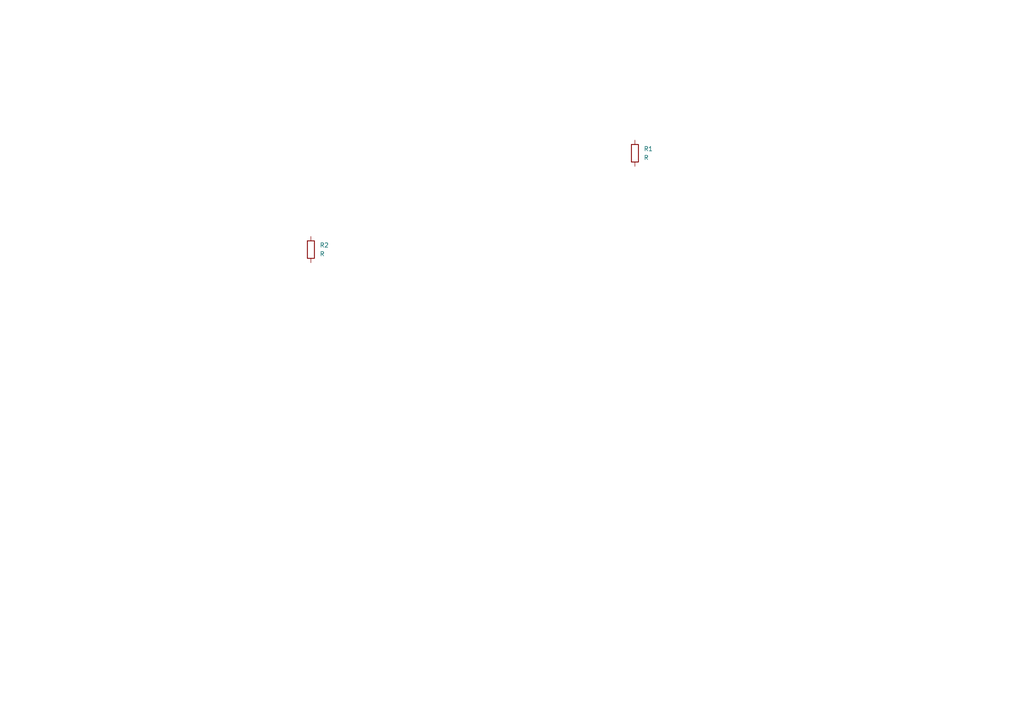
<source format=kicad_sch>
(kicad_sch (version 20230121) (generator eeschema)
  (paper "A4")
  (lib_symbols
    (symbol "Device:R" (pin_numbers hide) (pin_names (offset 0))
      (property "Reference" "R" (at 2.032 0 90))
      (property "Value" "R" (at 0 0 90))
      (symbol "R_0_1"
        (rectangle (start -1.016 -2.54) (end 1.016 2.54) (stroke (width 0.254)))
      )
      (symbol "R_1_1"
        (pin passive line (at 0 3.81 270) (length 1.27) (name "~") (number "1"))
        (pin passive line (at 0 -3.81 90) (length 1.27) (name "~") (number "2"))
      )
    )
  )
  (symbol (lib_id "Device:R") (at 90.17 72.39 0) (unit 1)
    (property "Reference" "R2" (at 92.71 71.12 0) (effects (justify left)))
    (property "Value" "R" (at 92.71 73.66 0) (effects (justify left)))
  )
  (symbol (lib_id "Device:R") (at 184.15 44.45 0) (unit 1)
    (property "Reference" "R1" (at 186.69 43.18 0) (effects (justify left)))
    (property "Value" "R" (at 186.69 45.72 0) (effects (justify left)))
  )
)
</source>
